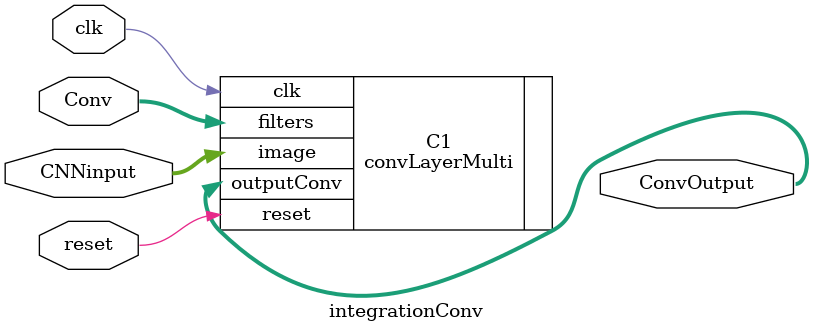
<source format=v>
module integrationConv (clk,reset,CNNinput,Conv,ConvOutput);

parameter DATA_WIDTH = 16;
parameter ImgInW = 32;
parameter ImgInH = 32;
parameter ConvOut = 28;
parameter Kernel = 5;
parameter DepthC = 6;


input clk, reset;
input [ImgInW*ImgInH*DATA_WIDTH-1:0] CNNinput;
input [Kernel*Kernel*DepthC*DATA_WIDTH-1:0] Conv;
output [ConvOut*ConvOut*DepthC*DATA_WIDTH-1:0] ConvOutput;

convLayerMulti C1
(
	.clk(clk),
	.reset(reset),
	.image(CNNinput),
	.filters(Conv),
	.outputConv(ConvOutput)
);

endmodule

</source>
